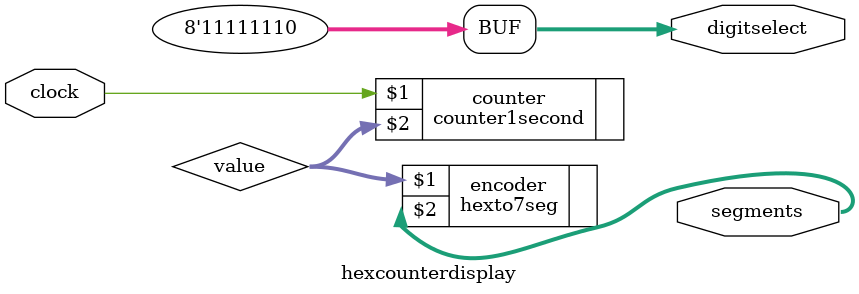
<source format=sv>
`timescale 1ns / 1ps
`default_nettype none

module hexcounterdisplay(
	 input wire clock,
	 output logic [7:0] digitselect,
	 output logic [7:0] segments
); 

	logic [3:0] value;

	 counter1second counter(clock, value);
	 hexto7seg encoder(value, segments);
     assign digitselect = ~(8'b0000_0001);
endmodule
</source>
